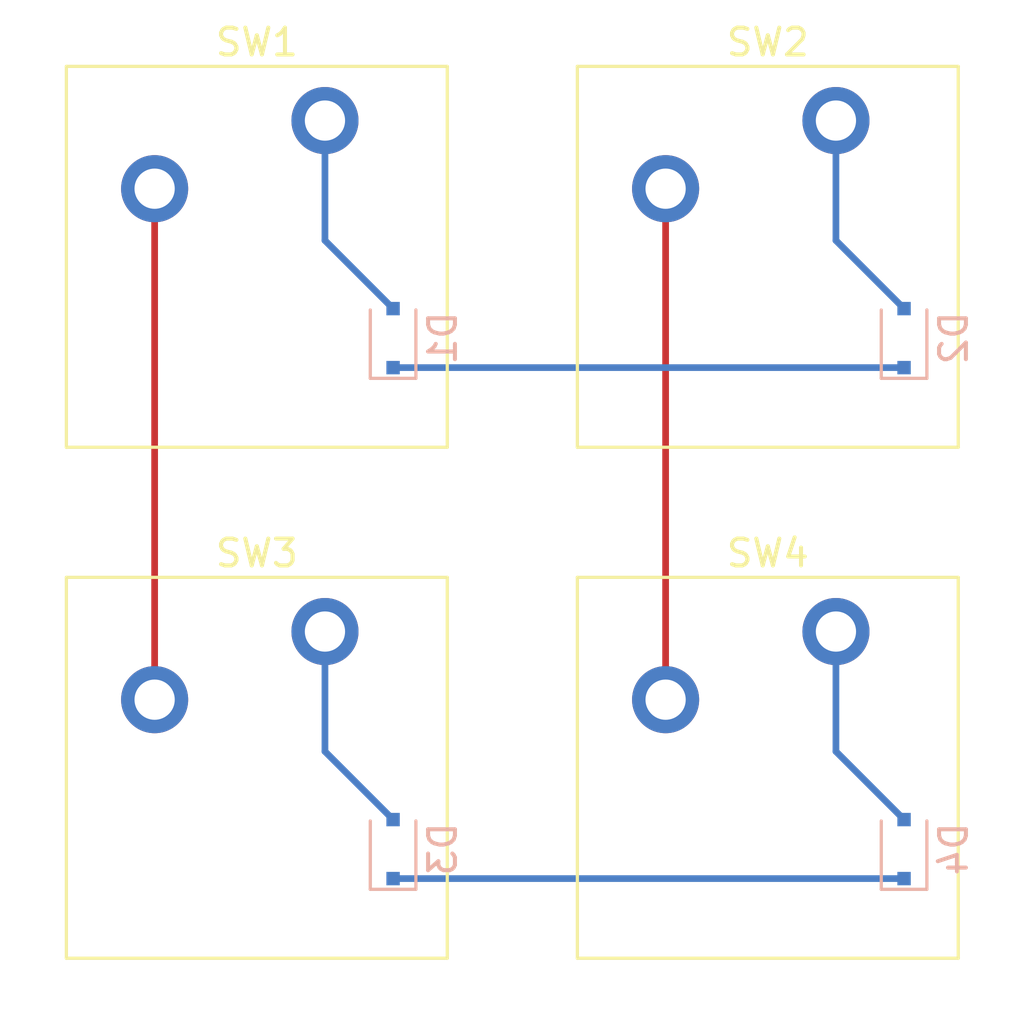
<source format=kicad_pcb>
(kicad_pcb (version 20171130) (host pcbnew 5.1.9)

  (general
    (thickness 1.6)
    (drawings 0)
    (tracks 12)
    (zones 0)
    (modules 8)
    (nets 9)
  )

  (page A4)
  (layers
    (0 F.Cu signal)
    (31 B.Cu signal)
    (32 B.Adhes user)
    (33 F.Adhes user)
    (34 B.Paste user)
    (35 F.Paste user)
    (36 B.SilkS user)
    (37 F.SilkS user)
    (38 B.Mask user)
    (39 F.Mask user)
    (40 Dwgs.User user)
    (41 Cmts.User user)
    (42 Eco1.User user)
    (43 Eco2.User user)
    (44 Edge.Cuts user)
    (45 Margin user)
    (46 B.CrtYd user)
    (47 F.CrtYd user)
    (48 B.Fab user)
    (49 F.Fab user)
  )

  (setup
    (last_trace_width 0.25)
    (trace_clearance 0.2)
    (zone_clearance 0.508)
    (zone_45_only no)
    (trace_min 0.2)
    (via_size 0.8)
    (via_drill 0.4)
    (via_min_size 0.4)
    (via_min_drill 0.3)
    (uvia_size 0.3)
    (uvia_drill 0.1)
    (uvias_allowed no)
    (uvia_min_size 0.2)
    (uvia_min_drill 0.1)
    (edge_width 0.1)
    (segment_width 0.2)
    (pcb_text_width 0.3)
    (pcb_text_size 1.5 1.5)
    (mod_edge_width 0.15)
    (mod_text_size 1 1)
    (mod_text_width 0.15)
    (pad_size 1.524 1.524)
    (pad_drill 0.762)
    (pad_to_mask_clearance 0)
    (aux_axis_origin 0 0)
    (visible_elements FFFFFF7F)
    (pcbplotparams
      (layerselection 0x010fc_ffffffff)
      (usegerberextensions false)
      (usegerberattributes true)
      (usegerberadvancedattributes true)
      (creategerberjobfile true)
      (excludeedgelayer true)
      (linewidth 0.100000)
      (plotframeref false)
      (viasonmask false)
      (mode 1)
      (useauxorigin false)
      (hpglpennumber 1)
      (hpglpenspeed 20)
      (hpglpendiameter 15.000000)
      (psnegative false)
      (psa4output false)
      (plotreference true)
      (plotvalue true)
      (plotinvisibletext false)
      (padsonsilk false)
      (subtractmaskfromsilk false)
      (outputformat 1)
      (mirror false)
      (drillshape 1)
      (scaleselection 1)
      (outputdirectory ""))
  )

  (net 0 "")
  (net 1 ROW0)
  (net 2 N$1)
  (net 3 N$2)
  (net 4 ROW1)
  (net 5 N$3)
  (net 6 N$4)
  (net 7 COL0)
  (net 8 COL1)

  (net_class Default "This is the default net class."
    (clearance 0.2)
    (trace_width 0.25)
    (via_dia 0.8)
    (via_drill 0.4)
    (uvia_dia 0.3)
    (uvia_drill 0.1)
    (add_net COL0)
    (add_net COL1)
    (add_net N$1)
    (add_net N$2)
    (add_net N$3)
    (add_net N$4)
    (add_net ROW0)
    (add_net ROW1)
  )

  (module Diode_SMD:D_SOD-323F (layer B.Cu) (tedit 590A48EB) (tstamp 604E2D53)
    (at 39.605 37.555 90)
    (descr "SOD-323F http://www.nxp.com/documents/outline_drawing/SOD323F.pdf")
    (tags SOD-323F)
    (path /top/11042425369243569903)
    (attr smd)
    (fp_text reference D1 (at 0 1.85 90) (layer B.SilkS)
      (effects (font (size 1 1) (thickness 0.15)) (justify mirror))
    )
    (fp_text value D (at 0.1 -1.9 90) (layer B.Fab)
      (effects (font (size 1 1) (thickness 0.15)) (justify mirror))
    )
    (fp_line (start -1.5 0.85) (end 1.05 0.85) (layer B.SilkS) (width 0.12))
    (fp_line (start -1.5 -0.85) (end 1.05 -0.85) (layer B.SilkS) (width 0.12))
    (fp_line (start -1.6 0.95) (end -1.6 -0.95) (layer B.CrtYd) (width 0.05))
    (fp_line (start -1.6 -0.95) (end 1.6 -0.95) (layer B.CrtYd) (width 0.05))
    (fp_line (start 1.6 0.95) (end 1.6 -0.95) (layer B.CrtYd) (width 0.05))
    (fp_line (start -1.6 0.95) (end 1.6 0.95) (layer B.CrtYd) (width 0.05))
    (fp_line (start -0.9 0.7) (end 0.9 0.7) (layer B.Fab) (width 0.1))
    (fp_line (start 0.9 0.7) (end 0.9 -0.7) (layer B.Fab) (width 0.1))
    (fp_line (start 0.9 -0.7) (end -0.9 -0.7) (layer B.Fab) (width 0.1))
    (fp_line (start -0.9 -0.7) (end -0.9 0.7) (layer B.Fab) (width 0.1))
    (fp_line (start -0.3 0.35) (end -0.3 -0.35) (layer B.Fab) (width 0.1))
    (fp_line (start -0.3 0) (end -0.5 0) (layer B.Fab) (width 0.1))
    (fp_line (start -0.3 0) (end 0.2 0.35) (layer B.Fab) (width 0.1))
    (fp_line (start 0.2 0.35) (end 0.2 -0.35) (layer B.Fab) (width 0.1))
    (fp_line (start 0.2 -0.35) (end -0.3 0) (layer B.Fab) (width 0.1))
    (fp_line (start 0.2 0) (end 0.45 0) (layer B.Fab) (width 0.1))
    (fp_line (start -1.5 0.85) (end -1.5 -0.85) (layer B.SilkS) (width 0.12))
    (fp_text user %R (at 0 1.85 90) (layer B.Fab)
      (effects (font (size 1 1) (thickness 0.15)) (justify mirror))
    )
    (pad 1 smd rect (at -1.1 0 90) (size 0.5 0.5) (layers B.Cu B.Paste B.Mask)
      (net 1 ROW0))
    (pad 2 smd rect (at 1.1 0 90) (size 0.5 0.5) (layers B.Cu B.Paste B.Mask)
      (net 2 N$1))
    (model ${KISYS3DMOD}/Diode_SMD.3dshapes/D_SOD-323F.wrl
      (at (xyz 0 0 0))
      (scale (xyz 1 1 1))
      (rotate (xyz 0 0 0))
    )
  )

  (module Diode_SMD:D_SOD-323F (layer B.Cu) (tedit 590A48EB) (tstamp 604E2D6B)
    (at 58.655 37.555 90)
    (descr "SOD-323F http://www.nxp.com/documents/outline_drawing/SOD323F.pdf")
    (tags SOD-323F)
    (path /top/4345346133880496255)
    (attr smd)
    (fp_text reference D2 (at 0 1.85 90) (layer B.SilkS)
      (effects (font (size 1 1) (thickness 0.15)) (justify mirror))
    )
    (fp_text value D (at 0.1 -1.9 90) (layer B.Fab)
      (effects (font (size 1 1) (thickness 0.15)) (justify mirror))
    )
    (fp_line (start -1.5 0.85) (end -1.5 -0.85) (layer B.SilkS) (width 0.12))
    (fp_line (start 0.2 0) (end 0.45 0) (layer B.Fab) (width 0.1))
    (fp_line (start 0.2 -0.35) (end -0.3 0) (layer B.Fab) (width 0.1))
    (fp_line (start 0.2 0.35) (end 0.2 -0.35) (layer B.Fab) (width 0.1))
    (fp_line (start -0.3 0) (end 0.2 0.35) (layer B.Fab) (width 0.1))
    (fp_line (start -0.3 0) (end -0.5 0) (layer B.Fab) (width 0.1))
    (fp_line (start -0.3 0.35) (end -0.3 -0.35) (layer B.Fab) (width 0.1))
    (fp_line (start -0.9 -0.7) (end -0.9 0.7) (layer B.Fab) (width 0.1))
    (fp_line (start 0.9 -0.7) (end -0.9 -0.7) (layer B.Fab) (width 0.1))
    (fp_line (start 0.9 0.7) (end 0.9 -0.7) (layer B.Fab) (width 0.1))
    (fp_line (start -0.9 0.7) (end 0.9 0.7) (layer B.Fab) (width 0.1))
    (fp_line (start -1.6 0.95) (end 1.6 0.95) (layer B.CrtYd) (width 0.05))
    (fp_line (start 1.6 0.95) (end 1.6 -0.95) (layer B.CrtYd) (width 0.05))
    (fp_line (start -1.6 -0.95) (end 1.6 -0.95) (layer B.CrtYd) (width 0.05))
    (fp_line (start -1.6 0.95) (end -1.6 -0.95) (layer B.CrtYd) (width 0.05))
    (fp_line (start -1.5 -0.85) (end 1.05 -0.85) (layer B.SilkS) (width 0.12))
    (fp_line (start -1.5 0.85) (end 1.05 0.85) (layer B.SilkS) (width 0.12))
    (fp_text user %R (at 0 1.85 90) (layer B.Fab)
      (effects (font (size 1 1) (thickness 0.15)) (justify mirror))
    )
    (pad 2 smd rect (at 1.1 0 90) (size 0.5 0.5) (layers B.Cu B.Paste B.Mask)
      (net 3 N$2))
    (pad 1 smd rect (at -1.1 0 90) (size 0.5 0.5) (layers B.Cu B.Paste B.Mask)
      (net 1 ROW0))
    (model ${KISYS3DMOD}/Diode_SMD.3dshapes/D_SOD-323F.wrl
      (at (xyz 0 0 0))
      (scale (xyz 1 1 1))
      (rotate (xyz 0 0 0))
    )
  )

  (module Diode_SMD:D_SOD-323F (layer B.Cu) (tedit 590A48EB) (tstamp 604E2D83)
    (at 39.605 56.605 90)
    (descr "SOD-323F http://www.nxp.com/documents/outline_drawing/SOD323F.pdf")
    (tags SOD-323F)
    (path /top/4852451120494469336)
    (attr smd)
    (fp_text reference D3 (at 0 1.85 90) (layer B.SilkS)
      (effects (font (size 1 1) (thickness 0.15)) (justify mirror))
    )
    (fp_text value D (at 0.1 -1.9 90) (layer B.Fab)
      (effects (font (size 1 1) (thickness 0.15)) (justify mirror))
    )
    (fp_line (start -1.5 0.85) (end 1.05 0.85) (layer B.SilkS) (width 0.12))
    (fp_line (start -1.5 -0.85) (end 1.05 -0.85) (layer B.SilkS) (width 0.12))
    (fp_line (start -1.6 0.95) (end -1.6 -0.95) (layer B.CrtYd) (width 0.05))
    (fp_line (start -1.6 -0.95) (end 1.6 -0.95) (layer B.CrtYd) (width 0.05))
    (fp_line (start 1.6 0.95) (end 1.6 -0.95) (layer B.CrtYd) (width 0.05))
    (fp_line (start -1.6 0.95) (end 1.6 0.95) (layer B.CrtYd) (width 0.05))
    (fp_line (start -0.9 0.7) (end 0.9 0.7) (layer B.Fab) (width 0.1))
    (fp_line (start 0.9 0.7) (end 0.9 -0.7) (layer B.Fab) (width 0.1))
    (fp_line (start 0.9 -0.7) (end -0.9 -0.7) (layer B.Fab) (width 0.1))
    (fp_line (start -0.9 -0.7) (end -0.9 0.7) (layer B.Fab) (width 0.1))
    (fp_line (start -0.3 0.35) (end -0.3 -0.35) (layer B.Fab) (width 0.1))
    (fp_line (start -0.3 0) (end -0.5 0) (layer B.Fab) (width 0.1))
    (fp_line (start -0.3 0) (end 0.2 0.35) (layer B.Fab) (width 0.1))
    (fp_line (start 0.2 0.35) (end 0.2 -0.35) (layer B.Fab) (width 0.1))
    (fp_line (start 0.2 -0.35) (end -0.3 0) (layer B.Fab) (width 0.1))
    (fp_line (start 0.2 0) (end 0.45 0) (layer B.Fab) (width 0.1))
    (fp_line (start -1.5 0.85) (end -1.5 -0.85) (layer B.SilkS) (width 0.12))
    (fp_text user %R (at 0 1.85 90) (layer B.Fab)
      (effects (font (size 1 1) (thickness 0.15)) (justify mirror))
    )
    (pad 1 smd rect (at -1.1 0 90) (size 0.5 0.5) (layers B.Cu B.Paste B.Mask)
      (net 4 ROW1))
    (pad 2 smd rect (at 1.1 0 90) (size 0.5 0.5) (layers B.Cu B.Paste B.Mask)
      (net 5 N$3))
    (model ${KISYS3DMOD}/Diode_SMD.3dshapes/D_SOD-323F.wrl
      (at (xyz 0 0 0))
      (scale (xyz 1 1 1))
      (rotate (xyz 0 0 0))
    )
  )

  (module Diode_SMD:D_SOD-323F (layer B.Cu) (tedit 590A48EB) (tstamp 604E2D9B)
    (at 58.655 56.605 90)
    (descr "SOD-323F http://www.nxp.com/documents/outline_drawing/SOD323F.pdf")
    (tags SOD-323F)
    (path /top/4157821149299701508)
    (attr smd)
    (fp_text reference D4 (at 0 1.85 90) (layer B.SilkS)
      (effects (font (size 1 1) (thickness 0.15)) (justify mirror))
    )
    (fp_text value D (at 0.1 -1.9 90) (layer B.Fab)
      (effects (font (size 1 1) (thickness 0.15)) (justify mirror))
    )
    (fp_line (start -1.5 0.85) (end -1.5 -0.85) (layer B.SilkS) (width 0.12))
    (fp_line (start 0.2 0) (end 0.45 0) (layer B.Fab) (width 0.1))
    (fp_line (start 0.2 -0.35) (end -0.3 0) (layer B.Fab) (width 0.1))
    (fp_line (start 0.2 0.35) (end 0.2 -0.35) (layer B.Fab) (width 0.1))
    (fp_line (start -0.3 0) (end 0.2 0.35) (layer B.Fab) (width 0.1))
    (fp_line (start -0.3 0) (end -0.5 0) (layer B.Fab) (width 0.1))
    (fp_line (start -0.3 0.35) (end -0.3 -0.35) (layer B.Fab) (width 0.1))
    (fp_line (start -0.9 -0.7) (end -0.9 0.7) (layer B.Fab) (width 0.1))
    (fp_line (start 0.9 -0.7) (end -0.9 -0.7) (layer B.Fab) (width 0.1))
    (fp_line (start 0.9 0.7) (end 0.9 -0.7) (layer B.Fab) (width 0.1))
    (fp_line (start -0.9 0.7) (end 0.9 0.7) (layer B.Fab) (width 0.1))
    (fp_line (start -1.6 0.95) (end 1.6 0.95) (layer B.CrtYd) (width 0.05))
    (fp_line (start 1.6 0.95) (end 1.6 -0.95) (layer B.CrtYd) (width 0.05))
    (fp_line (start -1.6 -0.95) (end 1.6 -0.95) (layer B.CrtYd) (width 0.05))
    (fp_line (start -1.6 0.95) (end -1.6 -0.95) (layer B.CrtYd) (width 0.05))
    (fp_line (start -1.5 -0.85) (end 1.05 -0.85) (layer B.SilkS) (width 0.12))
    (fp_line (start -1.5 0.85) (end 1.05 0.85) (layer B.SilkS) (width 0.12))
    (fp_text user %R (at 0 1.85 90) (layer B.Fab)
      (effects (font (size 1 1) (thickness 0.15)) (justify mirror))
    )
    (pad 2 smd rect (at 1.1 0 90) (size 0.5 0.5) (layers B.Cu B.Paste B.Mask)
      (net 6 N$4))
    (pad 1 smd rect (at -1.1 0 90) (size 0.5 0.5) (layers B.Cu B.Paste B.Mask)
      (net 4 ROW1))
    (model ${KISYS3DMOD}/Diode_SMD.3dshapes/D_SOD-323F.wrl
      (at (xyz 0 0 0))
      (scale (xyz 1 1 1))
      (rotate (xyz 0 0 0))
    )
  )

  (module Switch_Keyboard_Cherry_MX:SW_Cherry_MX_PCB_1.00u (layer F.Cu) (tedit 602D5B6F) (tstamp 604E2DB5)
    (at 34.525 34.525)
    (descr "Cherry MX keyswitch, https://www.cherrymx.de/en/dev.html")
    (tags "Cherry MX Keyboard Keyswitch Switch PCB 1.00u")
    (path /top/1541679586392756779)
    (fp_text reference SW1 (at 0 -8) (layer F.SilkS)
      (effects (font (size 1 1) (thickness 0.15)))
    )
    (fp_text value SW_Push (at 0 8) (layer F.Fab)
      (effects (font (size 1 1) (thickness 0.15)))
    )
    (fp_line (start 9.525 -9.525) (end -9.525 -9.525) (layer Dwgs.User) (width 0.1))
    (fp_line (start 9.525 9.525) (end 9.525 -9.525) (layer Dwgs.User) (width 0.1))
    (fp_line (start -9.525 9.525) (end 9.525 9.525) (layer Dwgs.User) (width 0.1))
    (fp_line (start -9.525 -9.525) (end -9.525 9.525) (layer Dwgs.User) (width 0.1))
    (fp_line (start 7.25 -7.25) (end -7.25 -7.25) (layer F.CrtYd) (width 0.05))
    (fp_line (start 7.25 7.25) (end 7.25 -7.25) (layer F.CrtYd) (width 0.05))
    (fp_line (start -7.25 7.25) (end 7.25 7.25) (layer F.CrtYd) (width 0.05))
    (fp_line (start -7.25 -7.25) (end -7.25 7.25) (layer F.CrtYd) (width 0.05))
    (fp_line (start 7.1 -7.1) (end -7.1 -7.1) (layer F.SilkS) (width 0.12))
    (fp_line (start 7.1 7.1) (end 7.1 -7.1) (layer F.SilkS) (width 0.12))
    (fp_line (start -7.1 7.1) (end 7.1 7.1) (layer F.SilkS) (width 0.12))
    (fp_line (start -7.1 -7.1) (end -7.1 7.1) (layer F.SilkS) (width 0.12))
    (fp_line (start 7 -7) (end -7 -7) (layer F.Fab) (width 0.1))
    (fp_line (start 7 7) (end 7 -7) (layer F.Fab) (width 0.1))
    (fp_line (start -7 7) (end 7 7) (layer F.Fab) (width 0.1))
    (fp_line (start -7 -7) (end -7 7) (layer F.Fab) (width 0.1))
    (fp_text user %R (at 0 0) (layer F.Fab)
      (effects (font (size 1 1) (thickness 0.15)))
    )
    (pad 1 thru_hole circle (at -3.81 -2.54) (size 2.5 2.5) (drill 1.5) (layers *.Cu B.Mask)
      (net 7 COL0))
    (pad 2 thru_hole circle (at 2.54 -5.08) (size 2.5 2.5) (drill 1.5) (layers *.Cu B.Mask)
      (net 2 N$1))
    (pad "" np_thru_hole circle (at 0 0) (size 4 4) (drill 4) (layers *.Cu *.Mask))
    (pad "" np_thru_hole circle (at -5.08 0) (size 1.75 1.75) (drill 1.75) (layers *.Cu *.Mask))
    (pad "" np_thru_hole circle (at 5.08 0) (size 1.75 1.75) (drill 1.75) (layers *.Cu *.Mask))
    (model ${KEYSWITCH_LIB_3D}/Switch_Keyboard_Cherry_MX.3dshapes/SW_Cherry_MX_PCB.wrl
      (at (xyz 0 0 0))
      (scale (xyz 1 1 1))
      (rotate (xyz 0 0 0))
    )
  )

  (module Switch_Keyboard_Cherry_MX:SW_Cherry_MX_PCB_1.00u (layer F.Cu) (tedit 602D5B6F) (tstamp 604E2DCF)
    (at 53.575 34.525)
    (descr "Cherry MX keyswitch, https://www.cherrymx.de/en/dev.html")
    (tags "Cherry MX Keyboard Keyswitch Switch PCB 1.00u")
    (path /top/3647344409642951942)
    (fp_text reference SW2 (at 0 -8) (layer F.SilkS)
      (effects (font (size 1 1) (thickness 0.15)))
    )
    (fp_text value SW_Push (at 0 8) (layer F.Fab)
      (effects (font (size 1 1) (thickness 0.15)))
    )
    (fp_line (start -7 -7) (end -7 7) (layer F.Fab) (width 0.1))
    (fp_line (start -7 7) (end 7 7) (layer F.Fab) (width 0.1))
    (fp_line (start 7 7) (end 7 -7) (layer F.Fab) (width 0.1))
    (fp_line (start 7 -7) (end -7 -7) (layer F.Fab) (width 0.1))
    (fp_line (start -7.1 -7.1) (end -7.1 7.1) (layer F.SilkS) (width 0.12))
    (fp_line (start -7.1 7.1) (end 7.1 7.1) (layer F.SilkS) (width 0.12))
    (fp_line (start 7.1 7.1) (end 7.1 -7.1) (layer F.SilkS) (width 0.12))
    (fp_line (start 7.1 -7.1) (end -7.1 -7.1) (layer F.SilkS) (width 0.12))
    (fp_line (start -7.25 -7.25) (end -7.25 7.25) (layer F.CrtYd) (width 0.05))
    (fp_line (start -7.25 7.25) (end 7.25 7.25) (layer F.CrtYd) (width 0.05))
    (fp_line (start 7.25 7.25) (end 7.25 -7.25) (layer F.CrtYd) (width 0.05))
    (fp_line (start 7.25 -7.25) (end -7.25 -7.25) (layer F.CrtYd) (width 0.05))
    (fp_line (start -9.525 -9.525) (end -9.525 9.525) (layer Dwgs.User) (width 0.1))
    (fp_line (start -9.525 9.525) (end 9.525 9.525) (layer Dwgs.User) (width 0.1))
    (fp_line (start 9.525 9.525) (end 9.525 -9.525) (layer Dwgs.User) (width 0.1))
    (fp_line (start 9.525 -9.525) (end -9.525 -9.525) (layer Dwgs.User) (width 0.1))
    (fp_text user %R (at 0 0) (layer F.Fab)
      (effects (font (size 1 1) (thickness 0.15)))
    )
    (pad "" np_thru_hole circle (at 5.08 0) (size 1.75 1.75) (drill 1.75) (layers *.Cu *.Mask))
    (pad "" np_thru_hole circle (at -5.08 0) (size 1.75 1.75) (drill 1.75) (layers *.Cu *.Mask))
    (pad "" np_thru_hole circle (at 0 0) (size 4 4) (drill 4) (layers *.Cu *.Mask))
    (pad 2 thru_hole circle (at 2.54 -5.08) (size 2.5 2.5) (drill 1.5) (layers *.Cu B.Mask)
      (net 3 N$2))
    (pad 1 thru_hole circle (at -3.81 -2.54) (size 2.5 2.5) (drill 1.5) (layers *.Cu B.Mask)
      (net 8 COL1))
    (model ${KEYSWITCH_LIB_3D}/Switch_Keyboard_Cherry_MX.3dshapes/SW_Cherry_MX_PCB.wrl
      (at (xyz 0 0 0))
      (scale (xyz 1 1 1))
      (rotate (xyz 0 0 0))
    )
  )

  (module Switch_Keyboard_Cherry_MX:SW_Cherry_MX_PCB_1.00u (layer F.Cu) (tedit 602D5B6F) (tstamp 604E2DE9)
    (at 34.525 53.575)
    (descr "Cherry MX keyswitch, https://www.cherrymx.de/en/dev.html")
    (tags "Cherry MX Keyboard Keyswitch Switch PCB 1.00u")
    (path /top/10377205954920380144)
    (fp_text reference SW3 (at 0 -8) (layer F.SilkS)
      (effects (font (size 1 1) (thickness 0.15)))
    )
    (fp_text value SW_Push (at 0 8) (layer F.Fab)
      (effects (font (size 1 1) (thickness 0.15)))
    )
    (fp_line (start 9.525 -9.525) (end -9.525 -9.525) (layer Dwgs.User) (width 0.1))
    (fp_line (start 9.525 9.525) (end 9.525 -9.525) (layer Dwgs.User) (width 0.1))
    (fp_line (start -9.525 9.525) (end 9.525 9.525) (layer Dwgs.User) (width 0.1))
    (fp_line (start -9.525 -9.525) (end -9.525 9.525) (layer Dwgs.User) (width 0.1))
    (fp_line (start 7.25 -7.25) (end -7.25 -7.25) (layer F.CrtYd) (width 0.05))
    (fp_line (start 7.25 7.25) (end 7.25 -7.25) (layer F.CrtYd) (width 0.05))
    (fp_line (start -7.25 7.25) (end 7.25 7.25) (layer F.CrtYd) (width 0.05))
    (fp_line (start -7.25 -7.25) (end -7.25 7.25) (layer F.CrtYd) (width 0.05))
    (fp_line (start 7.1 -7.1) (end -7.1 -7.1) (layer F.SilkS) (width 0.12))
    (fp_line (start 7.1 7.1) (end 7.1 -7.1) (layer F.SilkS) (width 0.12))
    (fp_line (start -7.1 7.1) (end 7.1 7.1) (layer F.SilkS) (width 0.12))
    (fp_line (start -7.1 -7.1) (end -7.1 7.1) (layer F.SilkS) (width 0.12))
    (fp_line (start 7 -7) (end -7 -7) (layer F.Fab) (width 0.1))
    (fp_line (start 7 7) (end 7 -7) (layer F.Fab) (width 0.1))
    (fp_line (start -7 7) (end 7 7) (layer F.Fab) (width 0.1))
    (fp_line (start -7 -7) (end -7 7) (layer F.Fab) (width 0.1))
    (fp_text user %R (at 0 0) (layer F.Fab)
      (effects (font (size 1 1) (thickness 0.15)))
    )
    (pad 1 thru_hole circle (at -3.81 -2.54) (size 2.5 2.5) (drill 1.5) (layers *.Cu B.Mask)
      (net 7 COL0))
    (pad 2 thru_hole circle (at 2.54 -5.08) (size 2.5 2.5) (drill 1.5) (layers *.Cu B.Mask)
      (net 5 N$3))
    (pad "" np_thru_hole circle (at 0 0) (size 4 4) (drill 4) (layers *.Cu *.Mask))
    (pad "" np_thru_hole circle (at -5.08 0) (size 1.75 1.75) (drill 1.75) (layers *.Cu *.Mask))
    (pad "" np_thru_hole circle (at 5.08 0) (size 1.75 1.75) (drill 1.75) (layers *.Cu *.Mask))
    (model ${KEYSWITCH_LIB_3D}/Switch_Keyboard_Cherry_MX.3dshapes/SW_Cherry_MX_PCB.wrl
      (at (xyz 0 0 0))
      (scale (xyz 1 1 1))
      (rotate (xyz 0 0 0))
    )
  )

  (module Switch_Keyboard_Cherry_MX:SW_Cherry_MX_PCB_1.00u (layer F.Cu) (tedit 602D5B6F) (tstamp 604E2E03)
    (at 53.575 53.575)
    (descr "Cherry MX keyswitch, https://www.cherrymx.de/en/dev.html")
    (tags "Cherry MX Keyboard Keyswitch Switch PCB 1.00u")
    (path /top/5426482506649134142)
    (fp_text reference SW4 (at 0 -8) (layer F.SilkS)
      (effects (font (size 1 1) (thickness 0.15)))
    )
    (fp_text value SW_Push (at 0 8) (layer F.Fab)
      (effects (font (size 1 1) (thickness 0.15)))
    )
    (fp_line (start -7 -7) (end -7 7) (layer F.Fab) (width 0.1))
    (fp_line (start -7 7) (end 7 7) (layer F.Fab) (width 0.1))
    (fp_line (start 7 7) (end 7 -7) (layer F.Fab) (width 0.1))
    (fp_line (start 7 -7) (end -7 -7) (layer F.Fab) (width 0.1))
    (fp_line (start -7.1 -7.1) (end -7.1 7.1) (layer F.SilkS) (width 0.12))
    (fp_line (start -7.1 7.1) (end 7.1 7.1) (layer F.SilkS) (width 0.12))
    (fp_line (start 7.1 7.1) (end 7.1 -7.1) (layer F.SilkS) (width 0.12))
    (fp_line (start 7.1 -7.1) (end -7.1 -7.1) (layer F.SilkS) (width 0.12))
    (fp_line (start -7.25 -7.25) (end -7.25 7.25) (layer F.CrtYd) (width 0.05))
    (fp_line (start -7.25 7.25) (end 7.25 7.25) (layer F.CrtYd) (width 0.05))
    (fp_line (start 7.25 7.25) (end 7.25 -7.25) (layer F.CrtYd) (width 0.05))
    (fp_line (start 7.25 -7.25) (end -7.25 -7.25) (layer F.CrtYd) (width 0.05))
    (fp_line (start -9.525 -9.525) (end -9.525 9.525) (layer Dwgs.User) (width 0.1))
    (fp_line (start -9.525 9.525) (end 9.525 9.525) (layer Dwgs.User) (width 0.1))
    (fp_line (start 9.525 9.525) (end 9.525 -9.525) (layer Dwgs.User) (width 0.1))
    (fp_line (start 9.525 -9.525) (end -9.525 -9.525) (layer Dwgs.User) (width 0.1))
    (fp_text user %R (at 0 0) (layer F.Fab)
      (effects (font (size 1 1) (thickness 0.15)))
    )
    (pad "" np_thru_hole circle (at 5.08 0) (size 1.75 1.75) (drill 1.75) (layers *.Cu *.Mask))
    (pad "" np_thru_hole circle (at -5.08 0) (size 1.75 1.75) (drill 1.75) (layers *.Cu *.Mask))
    (pad "" np_thru_hole circle (at 0 0) (size 4 4) (drill 4) (layers *.Cu *.Mask))
    (pad 2 thru_hole circle (at 2.54 -5.08) (size 2.5 2.5) (drill 1.5) (layers *.Cu B.Mask)
      (net 6 N$4))
    (pad 1 thru_hole circle (at -3.81 -2.54) (size 2.5 2.5) (drill 1.5) (layers *.Cu B.Mask)
      (net 8 COL1))
    (model ${KEYSWITCH_LIB_3D}/Switch_Keyboard_Cherry_MX.3dshapes/SW_Cherry_MX_PCB.wrl
      (at (xyz 0 0 0))
      (scale (xyz 1 1 1))
      (rotate (xyz 0 0 0))
    )
  )

  (segment (start 39.605 36.455) (end 37.065 33.915) (width 0.25) (layer B.Cu) (net 2))
  (segment (start 37.065 33.915) (end 37.065 29.445) (width 0.25) (layer B.Cu) (net 2))
  (segment (start 58.655 36.455) (end 56.115 33.915) (width 0.25) (layer B.Cu) (net 3))
  (segment (start 56.115 33.915) (end 56.115 29.445) (width 0.25) (layer B.Cu) (net 3))
  (segment (start 39.605 55.505) (end 37.065 52.965) (width 0.25) (layer B.Cu) (net 5))
  (segment (start 37.065 52.965) (end 37.065 48.495) (width 0.25) (layer B.Cu) (net 5))
  (segment (start 58.655 55.505) (end 56.115 52.965) (width 0.25) (layer B.Cu) (net 6))
  (segment (start 56.115 52.965) (end 56.115 48.495) (width 0.25) (layer B.Cu) (net 6))
  (segment (start 30.715 31.985) (end 30.715 51.035) (width 0.25) (layer F.Cu) (net 7))
  (segment (start 49.765 31.985) (end 49.765 51.035) (width 0.25) (layer F.Cu) (net 8))
  (segment (start 39.605 38.655) (end 58.655 38.655) (width 0.25) (layer B.Cu) (net 1))
  (segment (start 39.605 57.705) (end 58.655 57.705) (width 0.25) (layer B.Cu) (net 4))

)

</source>
